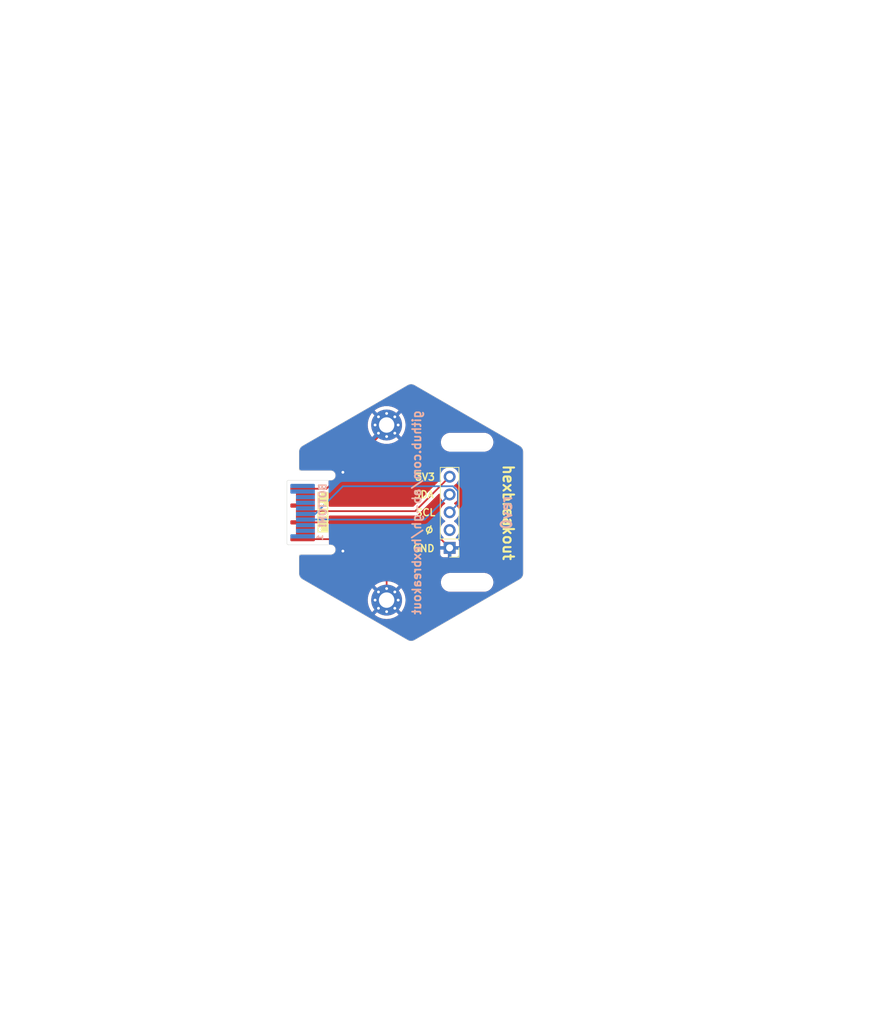
<source format=kicad_pcb>
(kicad_pcb (version 20240108) (generator "pcbnew") (generator_version "8.0")
  (layers (0 "F.Cu" signal) (31 "B.Cu" signal) (34 "B.Paste" user) (35 "F.Paste" user) (36 "B.SilkS" user "B.Silkscreen") (37 "F.SilkS" user "F.Silkscreen") (38 "B.Mask" user) (39 "F.Mask" user) (44 "Edge.Cuts" user))
  (net 0 "")
  (net 1 "/GND")
  (net 2 "/LS_A")
  (net 3 "/LS_B")
  (net 4 "/SDA")
  (net 5 "/SCL")
  (net 6 "/LS_C")
  (net 7 "/LS_D")
  (net 8 "/LS_E")
  (net 9 "/HS_F")
  (net 10 "/HS_G")
  (net 11 "/3V3")
  (net 12 "/HS_H")
  (net 13 "/HS_I")
  (net 14 "/HEXP_DET")
  (footprint "tildagon:hexpansion-edge-connector" (layer "F.Cu") (at 98.25 100)
    (property "Reference" "J1" (hide yes))
    (property "Value" "Nodule-Connector" (hide yes))
    (fp_line (start 0 4.4) (end 0 -4.4) (stroke (width 0.05)) (layer "Edge.Cuts"))
    (fp_line (start 6.25 -6) (end 2 -6) (stroke (width 0.05)) (layer "Edge.Cuts"))
    (fp_line (start 6.25 -4.6) (end 0.2 -4.6) (stroke (width 0.05)) (layer "Edge.Cuts"))
    (fp_line (start 6.25 4.6) (end 0.2 4.6) (stroke (width 0.05)) (layer "Edge.Cuts"))
    (fp_line (start 6.25 6) (end 2 6) (stroke (width 0.05)) (layer "Edge.Cuts"))
    (fp_arc (start 0 -4.4) (mid 0.058579 -4.541421) (end 0.2 -4.6) (stroke (width 0.05)) (layer "Edge.Cuts"))
    (fp_arc (start 0.2 4.6) (mid 0.058579 4.541421) (end 0 4.4) (stroke (width 0.05)) (layer "Edge.Cuts"))
    (fp_arc (start 6.25 -6) (mid 6.744975 -5.794975) (end 6.95 -5.3) (stroke (width 0.05)) (layer "Edge.Cuts"))
    (fp_arc (start 6.25 4.6) (mid 6.744975 4.805025) (end 6.95 5.3) (stroke (width 0.05)) (layer "Edge.Cuts"))
    (fp_arc (start 6.95 -5.3) (mid 6.744975 -4.805025) (end 6.25 -4.6) (stroke (width 0.05)) (layer "Edge.Cuts"))
    (fp_arc (start 6.95 5.3) (mid 6.744975 5.794975) (end 6.25 6) (stroke (width 0.05)) (layer "Edge.Cuts"))
    (fp_text user "BOTTOM!" (at 5.7 -4.3 90) (layer "B.SilkS") (effects (font (thickness 0.25) (bold yes)) (justify left bottom mirror)))
    (fp_text user "1" (at 5.2 3.05 90) (layer "B.SilkS") (effects (font (size 0.8 0.8) (thickness 0.2) (bold yes)) (justify left bottom mirror)))
    (fp_text user "^ TOP ^" (at 5.8 2.85 90) (layer "F.SilkS" knockout) (effects (font (thickness 0.25) (bold yes)) (justify left bottom)))
    (pad "1" smd roundrect (at 2.25 3.4) (size 3.5 0.6) (layers "B.Cu" "B.Mask") (net 1 "/GND"))
    (pad "2" smd roundrect (at 2.65 2.6) (size 2.7 0.6) (layers "B.Cu" "B.Mask") (net 2 "/LS_A"))
    (pad "3" smd roundrect (at 2.65 1.8) (size 2.7 0.6) (layers "B.Cu" "B.Mask") (net 3 "/LS_B"))
    (pad "4" smd roundrect (at 2.65 1) (size 2.7 0.6) (layers "B.Cu" "B.Mask") (net 4 "/SDA"))
    (pad "5" smd roundrect (at 2.65 0.2) (size 2.7 0.6) (layers "B.Cu" "B.Mask") (net 5 "/SCL"))
    (pad "6" smd roundrect (at 2.65 -0.6) (size 2.7 0.6) (layers "B.Cu" "B.Mask") (net 14 "/HEXP_DET"))
    (pad "7" smd roundrect (at 2.65 -1.4) (size 2.7 0.6) (layers "B.Cu" "B.Mask") (net 6 "/LS_C"))
    (pad "8" smd roundrect (at 2.65 -2.2) (size 2.7 0.6) (layers "B.Cu" "B.Mask") (net 7 "/LS_D"))
    (pad "9" smd roundrect (at 2.25 -3) (size 3.5 0.6) (layers "B.Cu" "B.Mask") (net 8 "/LS_E"))
    (pad "10" smd roundrect (at 2.25 -3.8) (size 3.5 0.6) (layers "B.Cu" "B.Mask") (net 1 "/GND"))
    (pad "11" smd roundrect (at 2.25 -3.4 180) (size 3.5 0.6) (layers "F.Cu" "F.Mask") (net 1 "/GND"))
    (pad "12" smd roundrect (at 2.65 -2.6 180) (size 2.7 0.6) (layers "F.Cu" "F.Mask") (net 9 "/HS_F"))
    (pad "13" smd roundrect (at 2.65 -1.8 180) (size 2.7 0.6) (layers "F.Cu" "F.Mask") (net 10 "/HS_G"))
    (pad "14" smd roundrect (at 2.25 -1 180) (size 3.5 0.6) (layers "F.Cu" "F.Mask") (net 1 "/GND"))
    (pad "15" smd roundrect (at 2.65 -0.2 180) (size 2.7 0.6) (layers "F.Cu" "F.Mask") (net 11 "/3V3"))
    (pad "16" smd roundrect (at 2.65 0.6 180) (size 2.7 0.6) (layers "F.Cu" "F.Mask") (net 11 "/3V3"))
    (pad "17" smd roundrect (at 2.25 1.4 180) (size 3.5 0.6) (layers "F.Cu" "F.Mask") (net 1 "/GND"))
    (pad "18" smd roundrect (at 2.65 2.2 180) (size 2.7 0.6) (layers "F.Cu" "F.Mask") (net 12 "/HS_H"))
    (pad "19" smd roundrect (at 2.65 3 180) (size 2.7 0.6) (layers "F.Cu" "F.Mask") (net 13 "/HS_I"))
    (pad "20" smd roundrect (at 2.25 3.8 180) (size 3.5 0.6) (layers "F.Cu" "F.Mask") (net 1 "/GND"))
  )
  (footprint "MountingHole:MountingHole_2.2mm_M2" (layer "F.Cu") (at 124 89.96)
    (property "Reference" "REF**" (hide yes))
    (property "Value" "MountingHole_2.2mm_M2" (hide yes))
    (pad "" np_thru_hole oval (at 0 0) (size 7 2.2) (drill oval 7 2.2) (layers "F&B.Cu" "*.Mask"))
  )
  (footprint "MountingHole:MountingHole_2.2mm_M2_Pad_Via" (layer "F.Cu") (at 112.5 87.5)
    (property "Reference" "H2" (hide yes))
    (property "Value" "MountingHole_Pad")
    (pad "1" thru_hole circle (at -1.65 0) (size 0.7 0.7) (drill 0.4) (layers "*.Cu" "*.Mask") (net 1 "/GND"))
    (pad "1" thru_hole circle (at -1.166726 -1.166726) (size 0.7 0.7) (drill 0.4) (layers "*.Cu" "*.Mask") (net 1 "/GND"))
    (pad "1" thru_hole circle (at -1.166726 1.166726) (size 0.7 0.7) (drill 0.4) (layers "*.Cu" "*.Mask") (net 1 "/GND"))
    (pad "1" thru_hole circle (at 0 -1.65) (size 0.7 0.7) (drill 0.4) (layers "*.Cu" "*.Mask") (net 1 "/GND"))
    (pad "1" thru_hole circle (at 0 0) (size 4.4 4.4) (drill 2.2) (layers "*.Cu" "*.Mask") (net 1 "/GND"))
    (pad "1" thru_hole circle (at 0 1.65) (size 0.7 0.7) (drill 0.4) (layers "*.Cu" "*.Mask") (net 1 "/GND"))
    (pad "1" thru_hole circle (at 1.166726 -1.166726) (size 0.7 0.7) (drill 0.4) (layers "*.Cu" "*.Mask") (net 1 "/GND"))
    (pad "1" thru_hole circle (at 1.166726 1.166726) (size 0.7 0.7) (drill 0.4) (layers "*.Cu" "*.Mask") (net 1 "/GND"))
    (pad "1" thru_hole circle (at 1.65 0) (size 0.7 0.7) (drill 0.4) (layers "*.Cu" "*.Mask") (net 1 "/GND"))
  )
  (footprint "Connector_PinHeader_2.54mm:PinHeader_1x05_P2.54mm_Vertical" (layer "F.Cu") (at 121.5 105.04 180)
    (property "Reference" "REF**" (hide yes))
    (property "Value" "PinHeader_1x05_P2.54mm_Vertical")
    (fp_line (start 1.33 1.27) (end 1.33 11.49) (stroke (width 0.12)) (layer "F.SilkS"))
    (fp_line (start -1.33 11.49) (end 1.33 11.49) (stroke (width 0.12)) (layer "F.SilkS"))
    (fp_line (start -1.33 1.27) (end 1.33 1.27) (stroke (width 0.12)) (layer "F.SilkS"))
    (fp_line (start -1.33 1.27) (end -1.33 11.49) (stroke (width 0.12)) (layer "F.SilkS"))
    (fp_line (start -1.33 0) (end -1.33 -1.33) (stroke (width 0.12)) (layer "F.SilkS"))
    (fp_line (start -1.33 -1.33) (end 0 -1.33) (stroke (width 0.12)) (layer "F.SilkS"))
    (pad "1" thru_hole rect (at 0 0 180) (size 1.7 1.7) (drill 1) (layers "*.Cu" "*.Mask") (net 1 "/GND"))
    (pad "2" thru_hole oval (at 0 2.54 180) (size 1.7 1.7) (drill 1) (layers "*.Cu" "*.Mask"))
    (pad "3" thru_hole oval (at 0 5.08 180) (size 1.7 1.7) (drill 1) (layers "*.Cu" "*.Mask") (net 5 "/SCL"))
    (pad "4" thru_hole oval (at 0 7.62 180) (size 1.7 1.7) (drill 1) (layers "*.Cu" "*.Mask") (net 4 "/SDA"))
    (pad "5" thru_hole oval (at 0 10.16 180) (size 1.7 1.7) (drill 1) (layers "*.Cu" "*.Mask") (net 11 "/3V3"))
  )
  (footprint "MountingHole:MountingHole_2.2mm_M2" (layer "F.Cu") (at 124 109.96)
    (property "Reference" "REF**" (hide yes))
    (property "Value" "MountingHole_2.2mm_M2" (hide yes))
    (pad "" np_thru_hole oval (at 0 0) (size 7 2.2) (drill oval 7 2.2) (layers "F&B.Cu" "*.Mask"))
  )
  (footprint "MountingHole:MountingHole_2.2mm_M2_Pad_Via" (layer "F.Cu") (at 112.5 112.5)
    (property "Reference" "H1" (hide yes))
    (property "Value" "MountingHole_Pad")
    (pad "1" thru_hole circle (at -1.65 0) (size 0.7 0.7) (drill 0.4) (layers "*.Cu" "*.Mask") (net 1 "/GND"))
    (pad "1" thru_hole circle (at -1.166726 -1.166726) (size 0.7 0.7) (drill 0.4) (layers "*.Cu" "*.Mask") (net 1 "/GND"))
    (pad "1" thru_hole circle (at -1.166726 1.166726) (size 0.7 0.7) (drill 0.4) (layers "*.Cu" "*.Mask") (net 1 "/GND"))
    (pad "1" thru_hole circle (at 0 -1.65) (size 0.7 0.7) (drill 0.4) (layers "*.Cu" "*.Mask") (net 1 "/GND"))
    (pad "1" thru_hole circle (at 0 0) (size 4.4 4.4) (drill 2.2) (layers "*.Cu" "*.Mask") (net 1 "/GND"))
    (pad "1" thru_hole circle (at 0 1.65) (size 0.7 0.7) (drill 0.4) (layers "*.Cu" "*.Mask") (net 1 "/GND"))
    (pad "1" thru_hole circle (at 1.166726 -1.166726) (size 0.7 0.7) (drill 0.4) (layers "*.Cu" "*.Mask") (net 1 "/GND"))
    (pad "1" thru_hole circle (at 1.166726 1.166726) (size 0.7 0.7) (drill 0.4) (layers "*.Cu" "*.Mask") (net 1 "/GND"))
    (pad "1" thru_hole circle (at 1.65 0) (size 0.7 0.7) (drill 0.4) (layers "*.Cu" "*.Mask") (net 1 "/GND"))
  )
  (gr_line (start 100.5 90.473725) (end 115.499995 81.813472) (stroke (width 0.05)) (layer "Edge.Cuts"))
  (gr_arc (start 131.499989 90.473725) (mid 131.866015 90.83975) (end 131.999989 91.33975) (stroke (width 0.05)) (layer "Edge.Cuts"))
  (gr_arc (start 100.25 94) (mid 100.073223 93.926777) (end 100 93.75) (stroke (width 0.1)) (layer "Edge.Cuts"))
  (gr_arc (start 115.499995 81.813472) (mid 115.999995 81.679497) (end 116.499995 81.813472) (stroke (width 0.05)) (layer "Edge.Cuts"))
  (gr_line (start 100.5 109.526269) (end 115.499995 118.186522) (stroke (width 0.05)) (layer "Edge.Cuts"))
  (gr_line (start 131.999989 91.33975) (end 131.999989 108.660243) (stroke (width 0.05)) (layer "Edge.Cuts"))
  (gr_line (start 100 93.75) (end 100 91.33975) (stroke (width 0.05)) (layer "Edge.Cuts"))
  (gr_arc (start 100 91.33975) (mid 100.133975 90.83975) (end 100.5 90.473725) (stroke (width 0.05)) (layer "Edge.Cuts"))
  (gr_line (start 100 106.25) (end 100 108.660243) (stroke (width 0.05)) (layer "Edge.Cuts"))
  (gr_line (start 116.499995 81.813472) (end 131.499989 90.473725) (stroke (width 0.05)) (layer "Edge.Cuts"))
  (gr_arc (start 100 106.25) (mid 100.073223 106.073223) (end 100.25 106) (stroke (width 0.1)) (layer "Edge.Cuts"))
  (gr_arc (start 100.5 109.526269) (mid 100.133975 109.160243) (end 100 108.660243) (stroke (width 0.05)) (layer "Edge.Cuts"))
  (gr_arc (start 131.999989 108.660243) (mid 131.866015 109.160243) (end 131.499989 109.526269) (stroke (width 0.05)) (layer "Edge.Cuts"))
  (gr_arc (start 116.499995 118.186522) (mid 115.999995 118.320497) (end 115.499995 118.186522) (stroke (width 0.05)) (layer "Edge.Cuts"))
  (gr_line (start 116.499995 118.186522) (end 131.499989 109.526269) (stroke (width 0.05)) (layer "Edge.Cuts"))
  (gr_text "github.com/ab-gh/hexbreakout" (at 117.5 100 90) (layer "B.SilkS") (effects (font (size 1.2 1.2) (thickness 0.25) (bold yes)) (justify bottom mirror)))
  (gr_text "rev0" (at 130.5 100 90) (layer "B.SilkS") (effects (font (size 1.5 1.5) (thickness 0.3) (bold yes)) (justify bottom mirror)))
  (gr_text "⊘" (at 119.34 102.99 0) (layer "F.SilkS") (effects (font (size 1 1) (thickness 0.2) (bold yes)) (justify right bottom)))
  (gr_text "GND" (at 119.45 105.71 0) (layer "F.SilkS") (effects (font (size 1 1) (thickness 0.2) (bold yes)) (justify right bottom)))
  (gr_text "SDA" (at 119.34 98.02 0) (layer "F.SilkS") (effects (font (size 1 1) (thickness 0.2) (bold yes)) (justify right bottom)))
  (gr_text "SCL" (at 119.57 100.58 0) (layer "F.SilkS") (effects (font (size 1 1) (thickness 0.2) (bold yes)) (justify right bottom)))
  (gr_text "3V3" (at 119.5 95.5 0) (layer "F.SilkS") (effects (font (size 1 1) (thickness 0.2) (bold yes)) (justify right bottom)))
  (gr_text "hexbreakout" (at 129 100 270) (layer "F.SilkS") (effects (font (size 1.5 1.5) (thickness 0.3) (bold yes)) (justify bottom)))
  (segment (start 112.5 87.5) (end 112.5 88) (width 0.25) (layer "F.Cu") (net 1))
  (segment (start 112.5 112.5) (end 112.5 109.388731) (width 0.25) (layer "F.Cu") (net 1))
  (segment (start 112.5 88) (end 103.9 96.6) (width 0.25) (layer "F.Cu") (net 1))
  (segment (start 112.5 109.388731) (end 106.911269 103.8) (width 0.25) (layer "F.Cu") (net 1))
  (segment (start 106.911269 103.8) (end 100.5 103.8) (width 0.25) (layer "F.Cu") (net 1))
  (segment (start 117.86 101.4) (end 100.5 101.4) (width 0.25) (layer "F.Cu") (net 1))
  (segment (start 121.5 105.04) (end 117.86 101.4) (width 0.25) (layer "F.Cu") (net 1))
  (segment (start 103.9 96.6) (end 100.5 96.6) (width 0.25) (layer "F.Cu") (net 1))
  (via (at 106.25 105.5) (size 0.8) (drill 0.4) (layers "F.Cu" "B.Cu") (net 1))
  (via (at 106.25 94.25) (size 0.8) (drill 0.4) (layers "F.Cu" "B.Cu") (net 1))
  (segment (start 117.92 101) (end 100.9 101) (width 0.25) (layer "B.Cu") (net 4))
  (segment (start 121.5 97.42) (end 117.92 101) (width 0.25) (layer "B.Cu") (net 4))
  (segment (start 122.675 96.933299) (end 121.986701 96.245) (width 0.25) (layer "B.Cu") (net 5))
  (segment (start 122.675 98.785) (end 122.675 96.933299) (width 0.25) (layer "B.Cu") (net 5))
  (segment (start 121.5 99.96) (end 122.675 98.785) (width 0.25) (layer "B.Cu") (net 5))
  (segment (start 121.986701 96.245) (end 106.255 96.245) (width 0.25) (layer "B.Cu") (net 5))
  (segment (start 106.255 96.245) (end 102.3 100.2) (width 0.25) (layer "B.Cu") (net 5))
  (segment (start 102.3 100.2) (end 100.9 100.2) (width 0.25) (layer "B.Cu") (net 5))
  (segment (start 116.58 99.8) (end 100.9 99.8) (width 0.25) (layer "F.Cu") (net 11))
  (segment (start 121.5 94.88) (end 116.58 99.8) (width 0.25) (layer "F.Cu") (net 11))
  (segment (start 100.9 99.8) (end 100.9 100.6) (width 0.25) (layer "F.Cu") (net 11))
  (zone (net 1) (net_name "/GND") (layers "F&B.Cu") (connect_pads (clearance 0.5)) (min_thickness 0.25) (fill yes (thermal_gap 0.5) (thermal_bridge_width 0.5))
    (polygon (pts (xy 57.275 160.275) (xy 59.675 28.2) (xy 137.95 26.825) (xy 175.875 98.55) (xy 150.725 173.025) (xy 109.325 169.925)))
  )
  (zone (net 0) (net_name "") (layers "F&B.Cu") (connect_pads (clearance 0)) (min_thickness 0.25)
    (keepout (tracks allowed) (vias allowed) (pads allowed) (copperpour not_allowed) (footprints allowed))
    (fill (thermal_gap 0.5) (thermal_bridge_width 0.5))
    (polygon (pts (xy 98.25 95.01) (xy 104.2 95.01) (xy 104.27 105.08) (xy 98.25 105.1)))
  )
)
</source>
